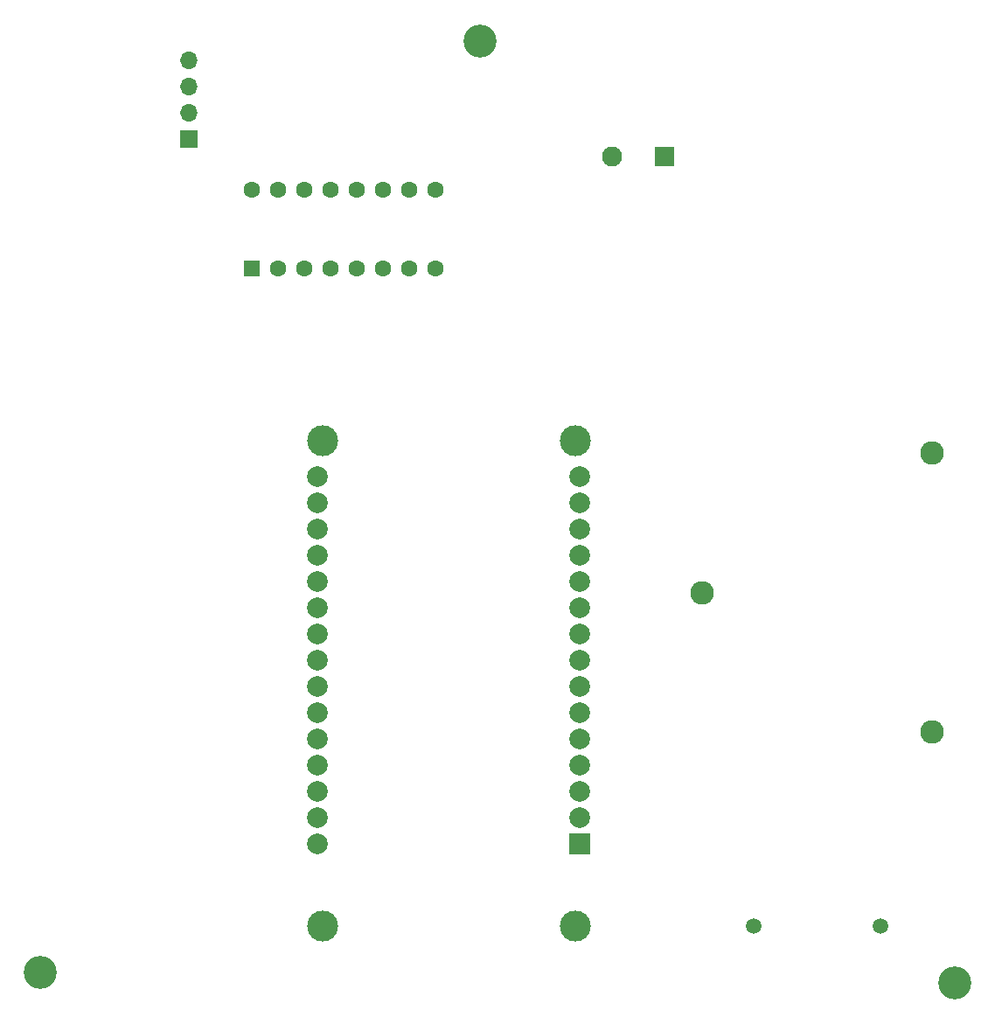
<source format=gbr>
%TF.GenerationSoftware,KiCad,Pcbnew,9.0.0*%
%TF.CreationDate,2025-03-03T21:57:05-05:00*%
%TF.ProjectId,Espacio inmersivo_esp 32,45737061-6369-46f2-9069-6e6d65727369,rev?*%
%TF.SameCoordinates,Original*%
%TF.FileFunction,Soldermask,Bot*%
%TF.FilePolarity,Negative*%
%FSLAX46Y46*%
G04 Gerber Fmt 4.6, Leading zero omitted, Abs format (unit mm)*
G04 Created by KiCad (PCBNEW 9.0.0) date 2025-03-03 21:57:05*
%MOMM*%
%LPD*%
G01*
G04 APERTURE LIST*
G04 Aperture macros list*
%AMRoundRect*
0 Rectangle with rounded corners*
0 $1 Rounding radius*
0 $2 $3 $4 $5 $6 $7 $8 $9 X,Y pos of 4 corners*
0 Add a 4 corners polygon primitive as box body*
4,1,4,$2,$3,$4,$5,$6,$7,$8,$9,$2,$3,0*
0 Add four circle primitives for the rounded corners*
1,1,$1+$1,$2,$3*
1,1,$1+$1,$4,$5*
1,1,$1+$1,$6,$7*
1,1,$1+$1,$8,$9*
0 Add four rect primitives between the rounded corners*
20,1,$1+$1,$2,$3,$4,$5,0*
20,1,$1+$1,$4,$5,$6,$7,0*
20,1,$1+$1,$6,$7,$8,$9,0*
20,1,$1+$1,$8,$9,$2,$3,0*%
G04 Aperture macros list end*
%ADD10C,3.200000*%
%ADD11C,3.000000*%
%ADD12R,2.000000X2.000000*%
%ADD13C,2.000000*%
%ADD14C,2.290000*%
%ADD15C,1.508000*%
%ADD16RoundRect,0.250000X0.550000X-0.550000X0.550000X0.550000X-0.550000X0.550000X-0.550000X-0.550000X0*%
%ADD17C,1.600000*%
%ADD18R,1.950000X1.950000*%
%ADD19C,1.950000*%
%ADD20R,1.700000X1.700000*%
%ADD21O,1.700000X1.700000*%
G04 APERTURE END LIST*
D10*
%TO.C,*%
X84200000Y-30800000D03*
%TD*%
%TO.C,*%
X130200000Y-122000000D03*
%TD*%
D11*
%TO.C,U1*%
X93450000Y-116440000D03*
X93450000Y-69490000D03*
X68940000Y-116440000D03*
X68940000Y-69490000D03*
D12*
X93870000Y-108480000D03*
D13*
X93870000Y-105940000D03*
X93870000Y-103400000D03*
X93870000Y-100860000D03*
X93870000Y-98320000D03*
X93870000Y-95780000D03*
X93870000Y-93240000D03*
X93870000Y-90700000D03*
X93870000Y-88160000D03*
X93870000Y-85620000D03*
X93870000Y-83080000D03*
X93870000Y-80540000D03*
X93870000Y-78000000D03*
X93870000Y-75460000D03*
X93870000Y-72920000D03*
X68470000Y-72920000D03*
X68470000Y-75460000D03*
X68470000Y-78000000D03*
X68470000Y-80540000D03*
X68470000Y-83080000D03*
X68470000Y-85620000D03*
X68470000Y-88160000D03*
X68470000Y-90700000D03*
X68470000Y-93240000D03*
X68470000Y-95780000D03*
X68470000Y-98320000D03*
X68470000Y-100860000D03*
X68470000Y-103400000D03*
X68470000Y-105940000D03*
X68470000Y-108480000D03*
%TD*%
D14*
%TO.C,BT2*%
X128000000Y-70700000D03*
X105650000Y-84190000D03*
X128000000Y-97670000D03*
D15*
X110650000Y-116500000D03*
X123000000Y-116500000D03*
%TD*%
D16*
%TO.C,U2*%
X62110000Y-52805000D03*
D17*
X64650000Y-52805000D03*
X67190000Y-52805000D03*
X69730000Y-52805000D03*
X72270000Y-52805000D03*
X74810000Y-52805000D03*
X77350000Y-52805000D03*
X79890000Y-52805000D03*
X79890000Y-45185000D03*
X77350000Y-45185000D03*
X74810000Y-45185000D03*
X72270000Y-45185000D03*
X69730000Y-45185000D03*
X67190000Y-45185000D03*
X64650000Y-45185000D03*
X62110000Y-45185000D03*
%TD*%
D10*
%TO.C,REF\u002A\u002A*%
X41600000Y-121000000D03*
%TD*%
D18*
%TO.C,J2*%
X102027500Y-41975000D03*
D19*
X96947500Y-41975000D03*
%TD*%
D20*
%TO.C,J1*%
X55975000Y-40300000D03*
D21*
X55975000Y-37760000D03*
X55975000Y-35220000D03*
X55975000Y-32680000D03*
%TD*%
M02*

</source>
